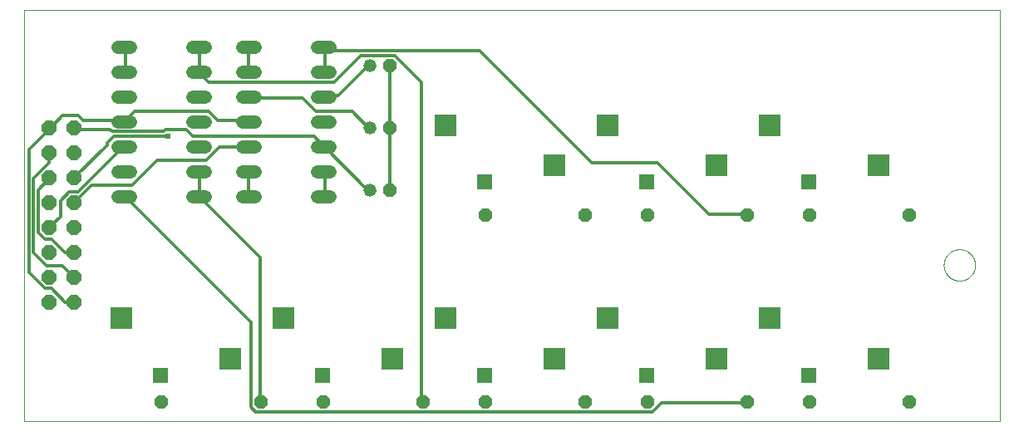
<source format=gtl>
G75*
%MOIN*%
%OFA0B0*%
%FSLAX25Y25*%
%IPPOS*%
%LPD*%
%AMOC8*
5,1,8,0,0,1.08239X$1,22.5*
%
%ADD10C,0.00000*%
%ADD11OC8,0.05200*%
%ADD12C,0.05200*%
%ADD13C,0.05200*%
%ADD14R,0.08858X0.08858*%
%ADD15R,0.05937X0.05937*%
%ADD16OC8,0.06000*%
%ADD17C,0.01200*%
%ADD18C,0.02400*%
D10*
X0001000Y0002875D02*
X0001000Y0167835D01*
X0392201Y0167835D01*
X0392201Y0002875D01*
X0001000Y0002875D01*
X0369701Y0065375D02*
X0369703Y0065533D01*
X0369709Y0065691D01*
X0369719Y0065849D01*
X0369733Y0066007D01*
X0369751Y0066164D01*
X0369772Y0066321D01*
X0369798Y0066477D01*
X0369828Y0066633D01*
X0369861Y0066788D01*
X0369899Y0066941D01*
X0369940Y0067094D01*
X0369985Y0067246D01*
X0370034Y0067397D01*
X0370087Y0067546D01*
X0370143Y0067694D01*
X0370203Y0067840D01*
X0370267Y0067985D01*
X0370335Y0068128D01*
X0370406Y0068270D01*
X0370480Y0068410D01*
X0370558Y0068547D01*
X0370640Y0068683D01*
X0370724Y0068817D01*
X0370813Y0068948D01*
X0370904Y0069077D01*
X0370999Y0069204D01*
X0371096Y0069329D01*
X0371197Y0069451D01*
X0371301Y0069570D01*
X0371408Y0069687D01*
X0371518Y0069801D01*
X0371631Y0069912D01*
X0371746Y0070021D01*
X0371864Y0070126D01*
X0371985Y0070228D01*
X0372108Y0070328D01*
X0372234Y0070424D01*
X0372362Y0070517D01*
X0372492Y0070607D01*
X0372625Y0070693D01*
X0372760Y0070777D01*
X0372896Y0070856D01*
X0373035Y0070933D01*
X0373176Y0071005D01*
X0373318Y0071075D01*
X0373462Y0071140D01*
X0373608Y0071202D01*
X0373755Y0071260D01*
X0373904Y0071315D01*
X0374054Y0071366D01*
X0374205Y0071413D01*
X0374357Y0071456D01*
X0374510Y0071495D01*
X0374665Y0071531D01*
X0374820Y0071562D01*
X0374976Y0071590D01*
X0375132Y0071614D01*
X0375289Y0071634D01*
X0375447Y0071650D01*
X0375604Y0071662D01*
X0375763Y0071670D01*
X0375921Y0071674D01*
X0376079Y0071674D01*
X0376237Y0071670D01*
X0376396Y0071662D01*
X0376553Y0071650D01*
X0376711Y0071634D01*
X0376868Y0071614D01*
X0377024Y0071590D01*
X0377180Y0071562D01*
X0377335Y0071531D01*
X0377490Y0071495D01*
X0377643Y0071456D01*
X0377795Y0071413D01*
X0377946Y0071366D01*
X0378096Y0071315D01*
X0378245Y0071260D01*
X0378392Y0071202D01*
X0378538Y0071140D01*
X0378682Y0071075D01*
X0378824Y0071005D01*
X0378965Y0070933D01*
X0379104Y0070856D01*
X0379240Y0070777D01*
X0379375Y0070693D01*
X0379508Y0070607D01*
X0379638Y0070517D01*
X0379766Y0070424D01*
X0379892Y0070328D01*
X0380015Y0070228D01*
X0380136Y0070126D01*
X0380254Y0070021D01*
X0380369Y0069912D01*
X0380482Y0069801D01*
X0380592Y0069687D01*
X0380699Y0069570D01*
X0380803Y0069451D01*
X0380904Y0069329D01*
X0381001Y0069204D01*
X0381096Y0069077D01*
X0381187Y0068948D01*
X0381276Y0068817D01*
X0381360Y0068683D01*
X0381442Y0068547D01*
X0381520Y0068410D01*
X0381594Y0068270D01*
X0381665Y0068128D01*
X0381733Y0067985D01*
X0381797Y0067840D01*
X0381857Y0067694D01*
X0381913Y0067546D01*
X0381966Y0067397D01*
X0382015Y0067246D01*
X0382060Y0067094D01*
X0382101Y0066941D01*
X0382139Y0066788D01*
X0382172Y0066633D01*
X0382202Y0066477D01*
X0382228Y0066321D01*
X0382249Y0066164D01*
X0382267Y0066007D01*
X0382281Y0065849D01*
X0382291Y0065691D01*
X0382297Y0065533D01*
X0382299Y0065375D01*
X0382297Y0065217D01*
X0382291Y0065059D01*
X0382281Y0064901D01*
X0382267Y0064743D01*
X0382249Y0064586D01*
X0382228Y0064429D01*
X0382202Y0064273D01*
X0382172Y0064117D01*
X0382139Y0063962D01*
X0382101Y0063809D01*
X0382060Y0063656D01*
X0382015Y0063504D01*
X0381966Y0063353D01*
X0381913Y0063204D01*
X0381857Y0063056D01*
X0381797Y0062910D01*
X0381733Y0062765D01*
X0381665Y0062622D01*
X0381594Y0062480D01*
X0381520Y0062340D01*
X0381442Y0062203D01*
X0381360Y0062067D01*
X0381276Y0061933D01*
X0381187Y0061802D01*
X0381096Y0061673D01*
X0381001Y0061546D01*
X0380904Y0061421D01*
X0380803Y0061299D01*
X0380699Y0061180D01*
X0380592Y0061063D01*
X0380482Y0060949D01*
X0380369Y0060838D01*
X0380254Y0060729D01*
X0380136Y0060624D01*
X0380015Y0060522D01*
X0379892Y0060422D01*
X0379766Y0060326D01*
X0379638Y0060233D01*
X0379508Y0060143D01*
X0379375Y0060057D01*
X0379240Y0059973D01*
X0379104Y0059894D01*
X0378965Y0059817D01*
X0378824Y0059745D01*
X0378682Y0059675D01*
X0378538Y0059610D01*
X0378392Y0059548D01*
X0378245Y0059490D01*
X0378096Y0059435D01*
X0377946Y0059384D01*
X0377795Y0059337D01*
X0377643Y0059294D01*
X0377490Y0059255D01*
X0377335Y0059219D01*
X0377180Y0059188D01*
X0377024Y0059160D01*
X0376868Y0059136D01*
X0376711Y0059116D01*
X0376553Y0059100D01*
X0376396Y0059088D01*
X0376237Y0059080D01*
X0376079Y0059076D01*
X0375921Y0059076D01*
X0375763Y0059080D01*
X0375604Y0059088D01*
X0375447Y0059100D01*
X0375289Y0059116D01*
X0375132Y0059136D01*
X0374976Y0059160D01*
X0374820Y0059188D01*
X0374665Y0059219D01*
X0374510Y0059255D01*
X0374357Y0059294D01*
X0374205Y0059337D01*
X0374054Y0059384D01*
X0373904Y0059435D01*
X0373755Y0059490D01*
X0373608Y0059548D01*
X0373462Y0059610D01*
X0373318Y0059675D01*
X0373176Y0059745D01*
X0373035Y0059817D01*
X0372896Y0059894D01*
X0372760Y0059973D01*
X0372625Y0060057D01*
X0372492Y0060143D01*
X0372362Y0060233D01*
X0372234Y0060326D01*
X0372108Y0060422D01*
X0371985Y0060522D01*
X0371864Y0060624D01*
X0371746Y0060729D01*
X0371631Y0060838D01*
X0371518Y0060949D01*
X0371408Y0061063D01*
X0371301Y0061180D01*
X0371197Y0061299D01*
X0371096Y0061421D01*
X0370999Y0061546D01*
X0370904Y0061673D01*
X0370813Y0061802D01*
X0370724Y0061933D01*
X0370640Y0062067D01*
X0370558Y0062203D01*
X0370480Y0062340D01*
X0370406Y0062480D01*
X0370335Y0062622D01*
X0370267Y0062765D01*
X0370203Y0062910D01*
X0370143Y0063056D01*
X0370087Y0063204D01*
X0370034Y0063353D01*
X0369985Y0063504D01*
X0369940Y0063656D01*
X0369899Y0063809D01*
X0369861Y0063962D01*
X0369828Y0064117D01*
X0369798Y0064273D01*
X0369772Y0064429D01*
X0369751Y0064586D01*
X0369733Y0064743D01*
X0369719Y0064901D01*
X0369709Y0065059D01*
X0369703Y0065217D01*
X0369701Y0065375D01*
D11*
X0356000Y0085375D03*
X0316000Y0085375D03*
X0291000Y0085375D03*
X0251000Y0085375D03*
X0226000Y0085375D03*
X0186000Y0085375D03*
X0147500Y0095375D03*
X0147500Y0120375D03*
X0147500Y0145375D03*
X0161000Y0010375D03*
X0186000Y0010375D03*
X0226000Y0010375D03*
X0251000Y0010375D03*
X0291000Y0010375D03*
X0316000Y0010375D03*
X0356000Y0010375D03*
X0121000Y0010375D03*
X0096000Y0010375D03*
X0056000Y0010375D03*
D12*
X0139500Y0095375D03*
X0139500Y0120375D03*
X0139500Y0145375D03*
D13*
X0123600Y0142875D02*
X0118400Y0142875D01*
X0118400Y0152875D02*
X0123600Y0152875D01*
X0093600Y0152875D02*
X0088400Y0152875D01*
X0073600Y0152875D02*
X0068400Y0152875D01*
X0068400Y0142875D02*
X0073600Y0142875D01*
X0088400Y0142875D02*
X0093600Y0142875D01*
X0093600Y0132875D02*
X0088400Y0132875D01*
X0073600Y0132875D02*
X0068400Y0132875D01*
X0068400Y0122875D02*
X0073600Y0122875D01*
X0088400Y0122875D02*
X0093600Y0122875D01*
X0093600Y0112875D02*
X0088400Y0112875D01*
X0073600Y0112875D02*
X0068400Y0112875D01*
X0068400Y0102875D02*
X0073600Y0102875D01*
X0088400Y0102875D02*
X0093600Y0102875D01*
X0093600Y0092875D02*
X0088400Y0092875D01*
X0073600Y0092875D02*
X0068400Y0092875D01*
X0043600Y0092875D02*
X0038400Y0092875D01*
X0038400Y0102875D02*
X0043600Y0102875D01*
X0043600Y0112875D02*
X0038400Y0112875D01*
X0038400Y0122875D02*
X0043600Y0122875D01*
X0043600Y0132875D02*
X0038400Y0132875D01*
X0038400Y0142875D02*
X0043600Y0142875D01*
X0043600Y0152875D02*
X0038400Y0152875D01*
X0118400Y0132875D02*
X0123600Y0132875D01*
X0123600Y0122875D02*
X0118400Y0122875D01*
X0118400Y0112875D02*
X0123600Y0112875D01*
X0123600Y0102875D02*
X0118400Y0102875D01*
X0118400Y0092875D02*
X0123600Y0092875D01*
D14*
X0169996Y0121556D03*
X0213500Y0105375D03*
X0234996Y0121556D03*
X0278500Y0105375D03*
X0299996Y0121556D03*
X0343500Y0105375D03*
X0299996Y0044056D03*
X0278500Y0027875D03*
X0234996Y0044056D03*
X0213500Y0027875D03*
X0169996Y0044056D03*
X0148500Y0027875D03*
X0104996Y0044056D03*
X0083500Y0027875D03*
X0039996Y0044056D03*
X0343500Y0027875D03*
D15*
X0315665Y0021142D03*
X0250665Y0021142D03*
X0185665Y0021142D03*
X0120665Y0021142D03*
X0055665Y0021142D03*
X0185665Y0098642D03*
X0250665Y0098642D03*
X0315665Y0098642D03*
D16*
X0021000Y0100375D03*
X0011000Y0100375D03*
X0011000Y0110375D03*
X0021000Y0110375D03*
X0021000Y0120375D03*
X0011000Y0120375D03*
X0011000Y0090375D03*
X0021000Y0090375D03*
X0021000Y0080375D03*
X0011000Y0080375D03*
X0011000Y0070375D03*
X0021000Y0070375D03*
X0021000Y0060375D03*
X0011000Y0060375D03*
X0011000Y0050375D03*
X0021000Y0050375D03*
D17*
X0020800Y0050575D01*
X0017200Y0050575D01*
X0011800Y0055975D01*
X0009100Y0055975D01*
X0002800Y0062275D01*
X0002800Y0111775D01*
X0010900Y0119875D01*
X0011000Y0120375D01*
X0011800Y0120775D01*
X0016300Y0125275D01*
X0022600Y0125275D01*
X0024400Y0123475D01*
X0040600Y0123475D01*
X0041000Y0122875D01*
X0041500Y0123475D01*
X0045100Y0127075D01*
X0074800Y0127075D01*
X0078400Y0123475D01*
X0091000Y0123475D01*
X0091000Y0122875D01*
X0091000Y0132475D02*
X0091000Y0132875D01*
X0091000Y0132475D02*
X0112600Y0132475D01*
X0118000Y0127075D01*
X0132400Y0127075D01*
X0138700Y0120775D01*
X0139500Y0120375D01*
X0147500Y0120375D02*
X0147700Y0120775D01*
X0147700Y0145075D01*
X0147500Y0145375D01*
X0149500Y0149575D02*
X0136000Y0149575D01*
X0125200Y0138775D01*
X0074800Y0138775D01*
X0071200Y0142375D01*
X0071000Y0142875D01*
X0071200Y0143275D01*
X0071200Y0152275D01*
X0071000Y0152875D01*
X0091000Y0152875D02*
X0091000Y0142875D01*
X0121000Y0142875D02*
X0121600Y0143275D01*
X0121600Y0151375D01*
X0121000Y0152875D01*
X0121600Y0152275D01*
X0121600Y0151375D01*
X0183700Y0151375D01*
X0228700Y0106375D01*
X0254800Y0106375D01*
X0275500Y0085675D01*
X0290800Y0085675D01*
X0291000Y0085375D01*
X0160300Y0138775D02*
X0149500Y0149575D01*
X0139500Y0145375D02*
X0138700Y0145075D01*
X0127000Y0133375D01*
X0121600Y0133375D01*
X0121000Y0132875D01*
X0147500Y0120375D02*
X0147700Y0119875D01*
X0147700Y0095575D01*
X0147500Y0095375D01*
X0139500Y0095375D02*
X0138700Y0095575D01*
X0121600Y0112675D01*
X0121000Y0112875D01*
X0120700Y0113575D01*
X0117100Y0117175D01*
X0068500Y0117175D01*
X0065800Y0119875D01*
X0057700Y0119875D01*
X0056800Y0118975D01*
X0036100Y0118975D01*
X0035200Y0119875D01*
X0021700Y0119875D01*
X0021000Y0120375D01*
X0034300Y0114475D02*
X0037000Y0117175D01*
X0058600Y0117175D01*
X0040600Y0112675D02*
X0022600Y0094675D01*
X0019000Y0094675D01*
X0015400Y0091075D01*
X0015400Y0084775D01*
X0011000Y0080375D01*
X0006400Y0078475D02*
X0006400Y0095575D01*
X0010900Y0100075D01*
X0011000Y0100375D01*
X0010900Y0106375D02*
X0004600Y0100075D01*
X0004600Y0070375D01*
X0010000Y0064975D01*
X0016300Y0064975D01*
X0020800Y0060475D01*
X0021000Y0060375D01*
X0021000Y0070375D02*
X0017200Y0070375D01*
X0011800Y0075775D01*
X0009100Y0075775D01*
X0006400Y0078475D01*
X0021000Y0090375D02*
X0028000Y0097375D01*
X0044200Y0097375D01*
X0054100Y0107275D01*
X0073900Y0107275D01*
X0079300Y0112675D01*
X0091000Y0112675D01*
X0091000Y0102875D02*
X0091000Y0092875D01*
X0071200Y0092875D02*
X0071200Y0102775D01*
X0071000Y0102875D01*
X0071000Y0092875D02*
X0071200Y0092875D01*
X0095500Y0068575D01*
X0095500Y0010975D01*
X0096000Y0010375D01*
X0093700Y0006475D02*
X0091900Y0008275D01*
X0091900Y0042475D01*
X0041500Y0092875D01*
X0041000Y0092875D01*
X0021700Y0100975D02*
X0021000Y0100375D01*
X0021700Y0100975D02*
X0034300Y0113575D01*
X0034300Y0114475D01*
X0011000Y0110375D02*
X0010900Y0109975D01*
X0010900Y0106375D01*
X0041000Y0142875D02*
X0041500Y0143275D01*
X0041500Y0152275D01*
X0041000Y0152875D01*
X0121000Y0102875D02*
X0121600Y0102775D01*
X0121600Y0092875D01*
X0121000Y0092875D01*
X0160300Y0138775D02*
X0160300Y0010975D01*
X0161000Y0010375D01*
X0093700Y0006475D02*
X0253000Y0006475D01*
X0256600Y0010075D01*
X0290800Y0010075D01*
X0291000Y0010375D01*
D18*
X0058600Y0117175D03*
M02*

</source>
